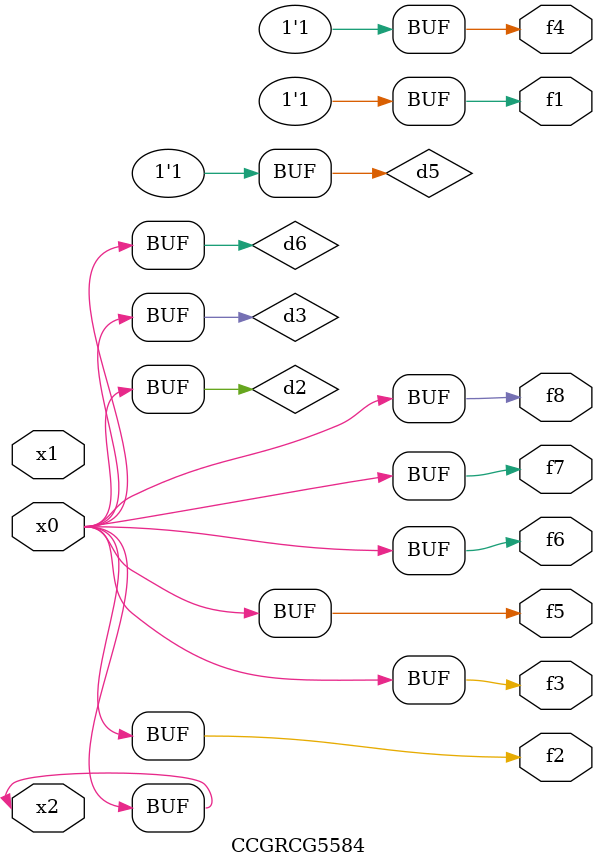
<source format=v>
module CCGRCG5584(
	input x0, x1, x2,
	output f1, f2, f3, f4, f5, f6, f7, f8
);

	wire d1, d2, d3, d4, d5, d6;

	xnor (d1, x2);
	buf (d2, x0, x2);
	and (d3, x0);
	xnor (d4, x1, x2);
	nand (d5, d1, d3);
	buf (d6, d2, d3);
	assign f1 = d5;
	assign f2 = d6;
	assign f3 = d6;
	assign f4 = d5;
	assign f5 = d6;
	assign f6 = d6;
	assign f7 = d6;
	assign f8 = d6;
endmodule

</source>
